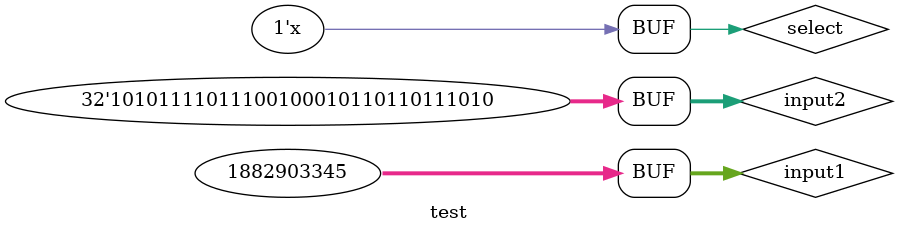
<source format=v>
`timescale 1ns / 1ps


module test;

	// Inputs
	reg [31:0] input1;
	reg [31:0] input2;
	reg select;

	// Outputs
	wire [31:0] out;


	always #25 select <= ~select;
	// Instantiate the Unit Under Test (UUT)
	multiplexer32bit2X1 uut (
		.input1(input1), 
		.input2(input2), 
		.select(select), 
		.out(out)
	);

	initial begin

		// Initialize Inputs
		input1 = 32'b01110000001110101101001100110001;
		input2 = 32'b10101111011100100010110110111010;
		select = 0;
		
		#100;
	end
	
      
endmodule


</source>
